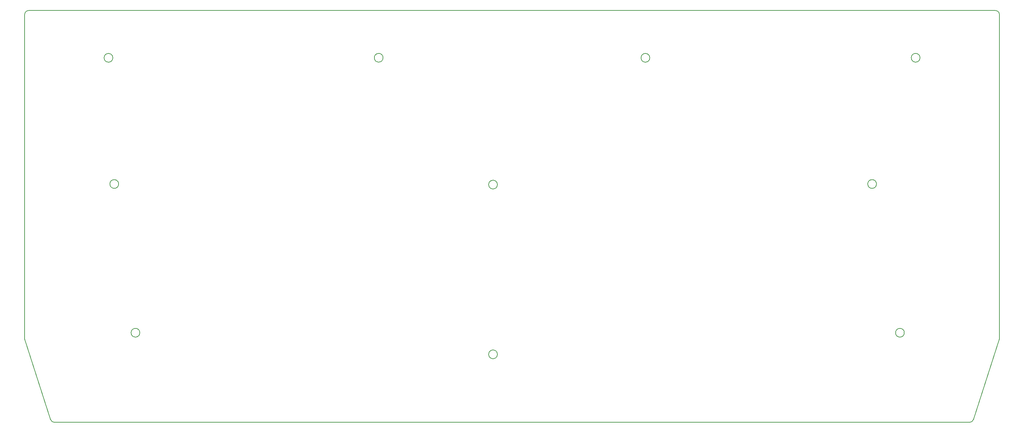
<source format=gbr>
G04 #@! TF.GenerationSoftware,KiCad,Pcbnew,(5.1.6-0-10_14)*
G04 #@! TF.CreationDate,2022-07-23T13:37:28+09:00*
G04 #@! TF.ProjectId,cool445,636f6f6c-3434-4352-9e6b-696361645f70,rev?*
G04 #@! TF.SameCoordinates,Original*
G04 #@! TF.FileFunction,Profile,NP*
%FSLAX46Y46*%
G04 Gerber Fmt 4.6, Leading zero omitted, Abs format (unit mm)*
G04 Created by KiCad (PCBNEW (5.1.6-0-10_14)) date 2022-07-23 13:37:28*
%MOMM*%
%LPD*%
G01*
G04 APERTURE LIST*
G04 #@! TA.AperFunction,Profile*
%ADD10C,0.150000*%
G04 #@! TD*
G04 APERTURE END LIST*
D10*
X17339170Y-69420009D02*
G75*
G03*
X18300000Y-70140799I960830J280009D01*
G01*
X249350000Y-69420000D02*
G75*
G02*
X248389170Y-70140790I-960830J280009D01*
G01*
X254890000Y33590000D02*
G75*
G02*
X255890799Y32589201I0J-1000799D01*
G01*
X10810000Y32590000D02*
G75*
G02*
X11810799Y33590799I1000799J0D01*
G01*
X129670000Y-10250000D02*
G75*
G03*
X129670000Y-10250000I-1100000J0D01*
G01*
X129670000Y-53000000D02*
G75*
G03*
X129670000Y-53000000I-1100000J0D01*
G01*
X39760000Y-47560000D02*
G75*
G03*
X39760000Y-47560000I-1100000J0D01*
G01*
X231980000Y-47560000D02*
G75*
G03*
X231980000Y-47560000I-1100000J0D01*
G01*
X224980000Y-10100000D02*
G75*
G03*
X224980000Y-10100000I-1100000J0D01*
G01*
X34430000Y-10100000D02*
G75*
G03*
X34430000Y-10100000I-1100000J0D01*
G01*
X235930000Y21690000D02*
G75*
G03*
X235930000Y21690000I-1100000J0D01*
G01*
X167980000Y21680000D02*
G75*
G03*
X167980000Y21680000I-1100000J0D01*
G01*
X100920000Y21690000D02*
G75*
G03*
X100920000Y21690000I-1100000J0D01*
G01*
X32970000Y21680000D02*
G75*
G03*
X32970000Y21680000I-1100000J0D01*
G01*
X18300000Y-70140799D02*
X248389170Y-70140790D01*
X10810000Y-49100000D02*
X17339170Y-69420009D01*
X10810000Y32590000D02*
X10810000Y-49100000D01*
X254890000Y33590000D02*
X11810799Y33590799D01*
X255890000Y-49100000D02*
X255890799Y32589201D01*
X249350000Y-69420000D02*
X255890000Y-49100000D01*
M02*

</source>
